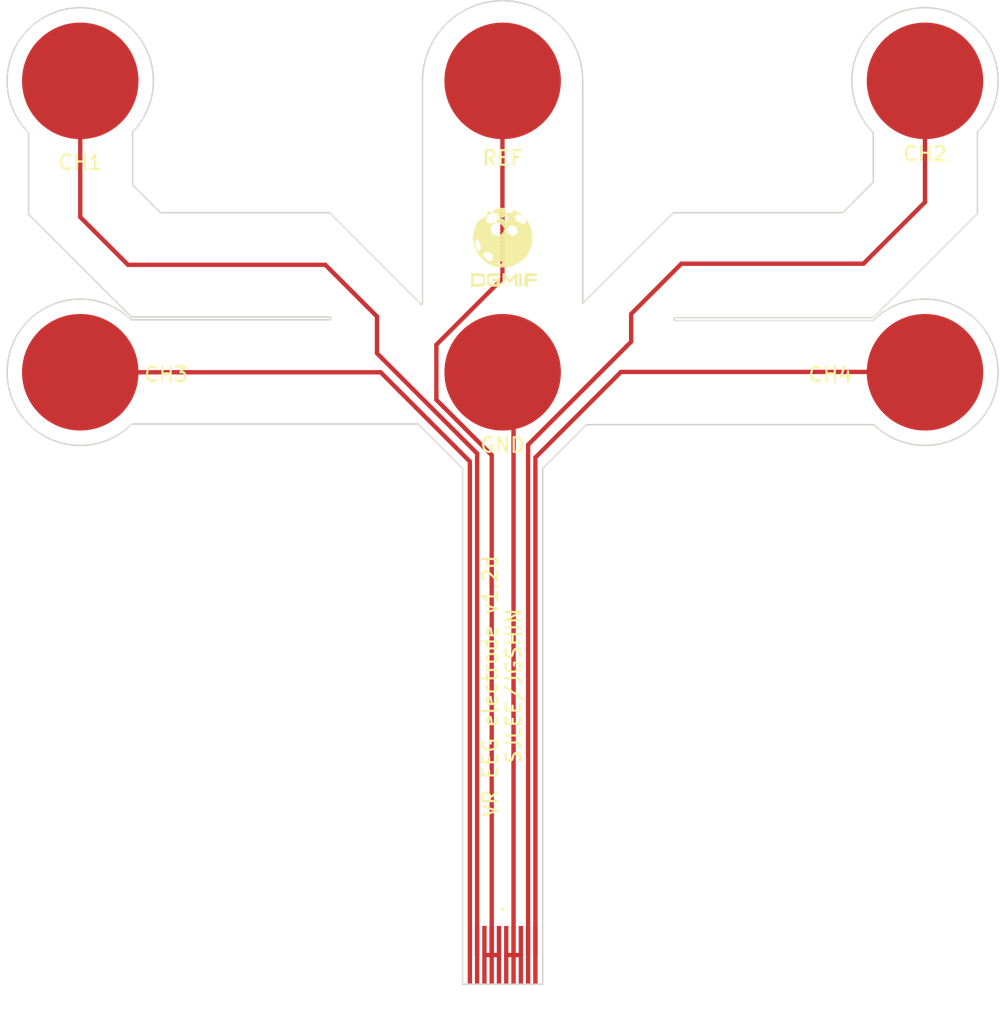
<source format=kicad_pcb>
(kicad_pcb (version 20171130) (host pcbnew "(5.1.10)-1")
  (title_block (title "VR EEG electrode PAD / JGSHIN") (rev 1.2d) (company DGMIF))
  (layers (0 F.Cu signal) (31 B.Cu signal) (34 B.Paste user) (35 F.Paste user) (36 B.SilkS user) (37 F.SilkS user) (38 B.Mask user) (39 F.Mask user) (44 Edge.Cuts user))
  (net 0 "")
  (net 1 /Reference)
  (net 2 /Ground)
  (net 3 /CH1)
  (net 4 /CH2)
  (net 5 /CH3)
  (net 6 /CH4)
  (module jgshin_KiCad_lib:DGMIF-CI_5mm (layer F.Cu) (at 93.9 44)
    (fp_text reference " " hide)
    (fp_text value "" (at 0 0) (layer F.SilkS) (effects (font (size 1.27 1.27))))
  )
  (module "jgshin_KiCad_lib:FFC cable 0.5 x 10" (layer F.Cu) (at 96.3 95.7)
    (fp_text reference . (at 0 -3.539999) (layer F.SilkS))
    (fp_text value FFC0.5x10)
    (pad 10 smd rect (at 2.25 0) (size 0.3 4) (layers F.Cu F.Paste F.Mask) (net 6 /CH4))
    (pad 9 smd rect (at 1.75 0) (size 0.3 4) (layers F.Cu F.Paste F.Mask) (net 4 /CH2))
    (pad 8 smd rect (at 1.25 0) (size 0.3 4) (layers F.Cu F.Paste F.Mask) (net 2 /Ground))
    (pad 7 smd rect (at 0.75 0) (size 0.3 4) (layers F.Cu F.Paste F.Mask) (net 2 /Ground))
    (pad 6 smd rect (at 0.25 0) (size 0.3 4) (layers F.Cu F.Paste F.Mask) (net 2 /Ground))
    (pad 5 smd rect (at -0.25 0) (size 0.3 4) (layers F.Cu F.Paste F.Mask) (net 1 /Reference))
    (pad 4 smd rect (at -0.75 0) (size 0.3 4) (layers F.Cu F.Paste F.Mask) (net 1 /Reference))
    (pad 3 smd rect (at -1.25 0) (size 0.3 4) (layers F.Cu F.Paste F.Mask) (net 1 /Reference))
    (pad 2 smd rect (at -1.75 0) (size 0.3 4) (layers F.Cu F.Paste F.Mask) (net 3 /CH1))
    (pad 1 smd rect (at -2.25 0) (size 0.3 4) (layers F.Cu F.Paste F.Mask) (net 5 /CH3))
  )
  (module jgshin_KiCad_lib:electrode_PAD (layer F.Cu) (at 125.3 55.7)
    (fp_text reference CH4 (at -6.5 0.15) (layer F.SilkS))
    (fp_text value electrode_PAD)
    (pad 1 smd circle (at 0 0) (size 8 8) (layers F.Cu F.Paste F.Mask) (net 6 /CH4))
  )
  (module jgshin_KiCad_lib:electrode_PAD (layer F.Cu) (at 67.3 55.7)
    (fp_text reference CH3 (at 5.9 0.15) (layer F.SilkS))
    (fp_text value electrode_PAD)
    (pad 1 smd circle (at 0 0) (size 8 8) (layers F.Cu F.Paste F.Mask) (net 5 /CH3))
  )
  (module jgshin_KiCad_lib:electrode_PAD (layer F.Cu) (at 125.3 35.7)
    (fp_text reference CH2 (at 0 5) (layer F.SilkS))
    (fp_text value electrode_PAD)
    (pad 1 smd circle (at 0 0) (size 8 8) (layers F.Cu F.Paste F.Mask) (net 4 /CH2))
  )
  (module jgshin_KiCad_lib:electrode_PAD (layer F.Cu) (at 67.3 35.7)
    (fp_text reference CH1 (at 0 5.6) (layer F.SilkS))
    (fp_text value electrode_PAD)
    (pad 1 smd circle (at 0 0) (size 8 8) (layers F.Cu F.Paste F.Mask) (net 3 /CH1))
  )
  (module jgshin_KiCad_lib:electrode_PAD (layer F.Cu) (at 96.3 55.7)
    (fp_text reference GND (at 0 5) (layer F.SilkS))
    (fp_text value electrode_PAD)
    (pad 1 smd circle (at 0 0) (size 8 8) (layers F.Cu F.Paste F.Mask) (net 2 /Ground))
  )
  (module jgshin_KiCad_lib:electrode_PAD (layer F.Cu) (at 96.3 35.7)
    (fp_text reference REF (at 0 5.3) (layer F.SilkS))
    (fp_text value electrode_PAD)
    (pad 1 smd circle (at 0 0) (size 8 8) (layers F.Cu F.Paste F.Mask) (net 1 /Reference))
  )
  (gr_arc (start 125.3 35.7) (end 128.899999 39.199999) (angle -269.1930705) (layer Edge.Cuts) (width 0.1))
  (gr_arc (start 67.3 35.7) (end 70.899999 39.199999) (angle -269.1930705) (layer Edge.Cuts) (width 0.1))
  (gr_arc (start 96.3 35.7) (end 101.8 35.7) (angle -180) (layer Edge.Cuts) (width 0.1))
  (gr_arc (start 67.3 55.7) (end 70.799999 52.100001) (angle -269.1930705) (layer Edge.Cuts) (width 0.1))
  (gr_line (start 119.65 44.75) (end 108.025 44.75) (layer Edge.Cuts) (width 0.1))
  (gr_line (start 101.8 35.7) (end 101.8 50.975) (layer Edge.Cuts) (width 0.1))
  (gr_line (start 121.749649 42.65) (end 121.749649 39.250351) (layer Edge.Cuts) (width 0.1))
  (gr_line (start 128.899999 39.199999) (end 128.90035 44.799648) (layer Edge.Cuts) (width 0.1))
  (gr_line (start 128.90035 44.799648) (end 121.750001 51.949999) (layer Edge.Cuts) (width 0.1))
  (gr_line (start 119.65 44.75) (end 121.749649 42.65) (layer Edge.Cuts) (width 0.1))
  (gr_line (start 101.8 50.975) (end 108.025 44.75) (layer Edge.Cuts) (width 0.1))
  (gr_line (start 90.8 35.7) (end 90.8 50.975) (layer Edge.Cuts) (width 0.1))
  (gr_line (start 70.850351 59.250351) (end 90.5 59.250351) (layer Edge.Cuts) (width 0.1))
  (gr_arc (start 90.725 50.975) (end 90.65 50.975) (angle -180) (layer Edge.Cuts) (width 0.1))
  (gr_line (start 121.750001 51.949999) (end 108.15 51.95) (layer Edge.Cuts) (width 0.1))
  (gr_line (start 70.899999 39.199999) (end 70.899999 42.85) (layer Edge.Cuts) (width 0.1))
  (gr_line (start 121.749649 52.149649) (end 108.149649 52.149649) (layer Edge.Cuts) (width 0.1))
  (gr_line (start 70.8 51.9) (end 63.75 44.85) (layer Edge.Cuts) (width 0.1))
  (gr_line (start 70.899999 42.85) (end 72.8 44.75) (layer Edge.Cuts) (width 0.1))
  (gr_line (start 84.425 44.75) (end 90.65 50.975) (layer Edge.Cuts) (width 0.1))
  (gr_arc (start 84.4 52) (end 84.4 52.1) (angle -180) (layer Edge.Cuts) (width 0.1))
  (gr_line (start 70.8 51.9) (end 84.4 51.9) (layer Edge.Cuts) (width 0.1))
  (gr_line (start 70.799999 52.100001) (end 84.4 52.1) (layer Edge.Cuts) (width 0.1))
  (gr_line (start 63.749649 39.250351) (end 63.75 44.85) (layer Edge.Cuts) (width 0.1))
  (gr_line (start 102.05 59.299999) (end 121.800001 59.299999) (layer Edge.Cuts) (width 0.1))
  (gr_line (start 84.425 44.75) (end 72.8 44.75) (layer Edge.Cuts) (width 0.1))
  (gr_arc (start 108.15 52.05) (end 108.15 51.95) (angle -180) (layer Edge.Cuts) (width 0.1))
  (gr_line (start 99.05 62.3) (end 102.05 59.299999) (layer Edge.Cuts) (width 0.1))
  (gr_line (start 93.55 62.3) (end 90.5 59.25) (layer Edge.Cuts) (width 0.1))
  (gr_line (start 93.55 93.65) (end 93.55 62.3) (layer Edge.Cuts) (width 0.1))
  (gr_line (start 99.05 93.65) (end 99.05 62.3) (layer Edge.Cuts) (width 0.1))
  (gr_line (start 99.05 97.7) (end 99.05 93.65) (layer Edge.Cuts) (width 0.1))
  (gr_line (start 93.55 97.7) (end 99.05 97.7) (layer Edge.Cuts) (width 0.1))
  (gr_line (start 93.55 93.65) (end 93.55 97.7) (layer Edge.Cuts) (width 0.1))
  (gr_arc (start 125.3 55.7) (end 121.800001 59.299999) (angle -269.1930705) (layer Edge.Cuts) (width 0.1))
  (gr_text "VR EEG electrode v1.2d\nSJLEE/JGSHIN" (at 96.25 77.25 90) (layer F.SilkS) (effects (font (size 1 1))))
  (segment (start 95.55 61.388002) (end 91.75 57.588002) (width 0.3) (layer F.Cu) (net 1))
  (segment (start 95.55 95.7) (end 95.55 61.388002) (width 0.3) (layer F.Cu) (net 1))
  (segment (start 91.75 53.811998) (end 96.286998 49.275) (width 0.3) (layer F.Cu) (net 1))
  (segment (start 91.75 57.588002) (end 91.75 53.811998) (width 0.3) (layer F.Cu) (net 1))
  (segment (start 96.286998 35.713002) (end 96.3 35.7) (width 0.3) (layer F.Cu) (net 1))
  (segment (start 96.286998 49.275) (end 96.286998 35.713002) (width 0.3) (layer F.Cu) (net 1))
  (segment (start 95.55 95.7) (end 95.05 95.7) (width 0.3) (layer F.Cu) (net 1))
  (segment (start 95.55 95.7) (end 96.05 95.7) (width 0.3) (layer F.Cu) (net 1))
  (segment (start 96.55 95.7) (end 97.05 95.7) (width 0.3) (layer F.Cu) (net 2))
  (segment (start 97.55 95.7) (end 97.05 95.7) (width 0.3) (layer F.Cu) (net 2))
  (segment (start 97.05 56.45) (end 96.3 55.7) (width 0.3) (layer F.Cu) (net 2))
  (segment (start 97.05 95.7) (end 97.05 56.45) (width 0.3) (layer F.Cu) (net 2))
  (segment (start 94.55 95.7) (end 94.55 61.275) (width 0.3) (layer F.Cu) (net 3))
  (segment (start 94.55 61.275) (end 87.675 54.4) (width 0.3) (layer F.Cu) (net 3))
  (segment (start 87.675 54.4) (end 87.675 51.875) (width 0.3) (layer F.Cu) (net 3))
  (segment (start 87.675 51.875) (end 84.125 48.325) (width 0.3) (layer F.Cu) (net 3))
  (segment (start 67.3 45.05) (end 67.3 35.7) (width 0.3) (layer F.Cu) (net 3))
  (segment (start 70.575 48.325) (end 67.3 45.05) (width 0.3) (layer F.Cu) (net 3))
  (segment (start 84.125 48.325) (end 70.575 48.325) (width 0.3) (layer F.Cu) (net 3))
  (segment (start 98.05 95.7) (end 98.05 60.675) (width 0.3) (layer F.Cu) (net 4))
  (segment (start 98.05 60.675) (end 105.125 53.6) (width 0.3) (layer F.Cu) (net 4))
  (segment (start 105.125 53.6) (end 105.125 51.7) (width 0.3) (layer F.Cu) (net 4))
  (segment (start 105.125 51.7) (end 108.575 48.25) (width 0.3) (layer F.Cu) (net 4))
  (segment (start 108.575 48.25) (end 121.075 48.25) (width 0.3) (layer F.Cu) (net 4))
  (segment (start 125.3 44.025) (end 125.3 35.7) (width 0.3) (layer F.Cu) (net 4))
  (segment (start 121.075 48.25) (end 125.3 44.025) (width 0.3) (layer F.Cu) (net 4))
  (segment (start 94.05 95.7) (end 94.05 61.825) (width 0.3) (layer F.Cu) (net 5))
  (segment (start 87.925 55.7) (end 67.3 55.7) (width 0.3) (layer F.Cu) (net 5))
  (segment (start 94.05 61.825) (end 87.925 55.7) (width 0.3) (layer F.Cu) (net 5))
  (segment (start 98.55 95.7) (end 98.55 61.55) (width 0.3) (layer F.Cu) (net 6))
  (segment (start 98.55 61.55) (end 104.425 55.675) (width 0.3) (layer F.Cu) (net 6))
  (segment (start 125.275 55.675) (end 125.3 55.7) (width 0.3) (layer F.Cu) (net 6))
  (segment (start 104.425 55.675) (end 125.275 55.675) (width 0.3) (layer F.Cu) (net 6))
)
</source>
